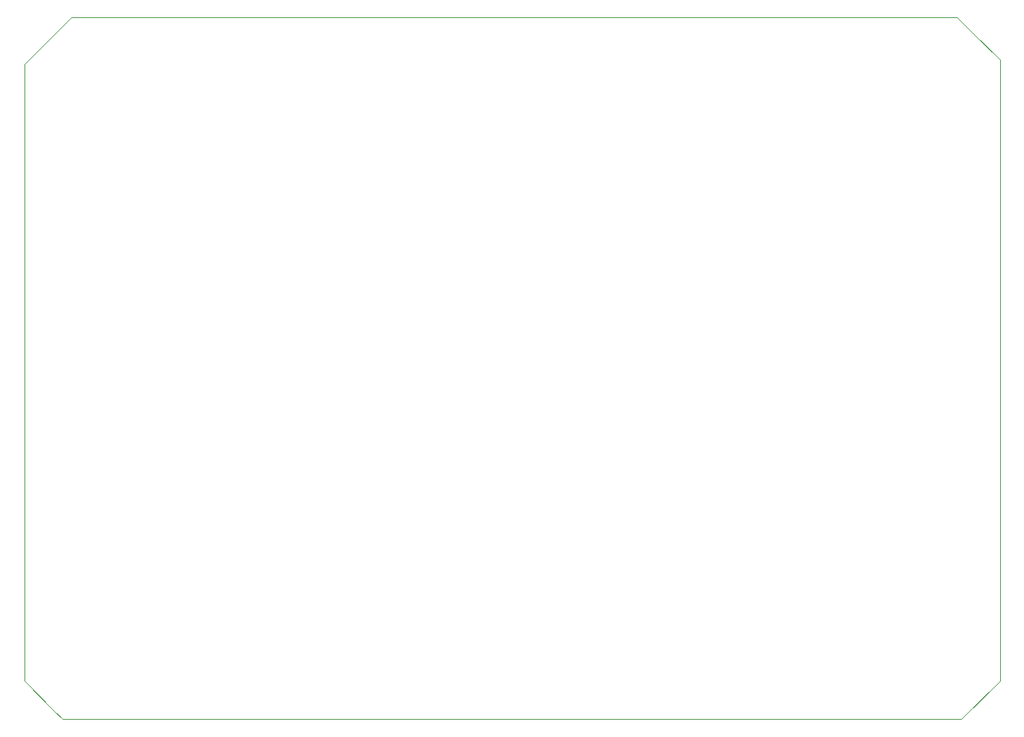
<source format=gbr>
%TF.GenerationSoftware,Altium Limited,Altium Designer,20.0.13 (296)*%
G04 Layer_Color=0*
%FSLAX26Y26*%
%MOIN*%
%TF.FileFunction,Profile,NP*%
%TF.Part,Single*%
G01*
G75*
%TA.AperFunction,Profile*%
%ADD72C,0.001000*%
D72*
X2185039Y1200787D02*
X2322835Y1062992D01*
X2362205Y1023622D01*
X6515748D01*
X6693898Y1201772D01*
X6693898Y4073819D01*
X6562008Y4205709D01*
X6496063Y4271654D01*
X4232284Y4271654D01*
X2401575D01*
X2244095Y4114173D01*
X2185039Y4055118D01*
X2185039Y1200787D01*
%TF.MD5,248e1756c891302d9cfd974d9c1e902f*%
M02*

</source>
